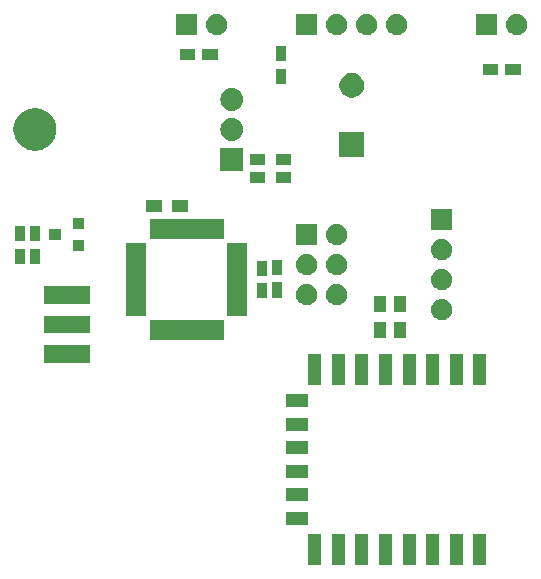
<source format=gts>
G04 #@! TF.GenerationSoftware,KiCad,Pcbnew,(5.0.1)-3*
G04 #@! TF.CreationDate,2018-12-25T20:41:25+01:00*
G04 #@! TF.ProjectId,iLight,694C696768742E6B696361645F706362,rev?*
G04 #@! TF.SameCoordinates,Original*
G04 #@! TF.FileFunction,Soldermask,Top*
G04 #@! TF.FilePolarity,Negative*
%FSLAX46Y46*%
G04 Gerber Fmt 4.6, Leading zero omitted, Abs format (unit mm)*
G04 Created by KiCad (PCBNEW (5.0.1)-3) date 25/12/2018 20:41:25*
%MOMM*%
%LPD*%
G01*
G04 APERTURE LIST*
%ADD10C,0.100000*%
G04 APERTURE END LIST*
D10*
G36*
X194267000Y-142251000D02*
X193165000Y-142251000D01*
X193165000Y-139649000D01*
X194267000Y-139649000D01*
X194267000Y-142251000D01*
X194267000Y-142251000D01*
G37*
G36*
X206267000Y-142251000D02*
X205165000Y-142251000D01*
X205165000Y-139649000D01*
X206267000Y-139649000D01*
X206267000Y-142251000D01*
X206267000Y-142251000D01*
G37*
G36*
X208267000Y-142251000D02*
X207165000Y-142251000D01*
X207165000Y-139649000D01*
X208267000Y-139649000D01*
X208267000Y-142251000D01*
X208267000Y-142251000D01*
G37*
G36*
X204267000Y-142251000D02*
X203165000Y-142251000D01*
X203165000Y-139649000D01*
X204267000Y-139649000D01*
X204267000Y-142251000D01*
X204267000Y-142251000D01*
G37*
G36*
X202267000Y-142251000D02*
X201165000Y-142251000D01*
X201165000Y-139649000D01*
X202267000Y-139649000D01*
X202267000Y-142251000D01*
X202267000Y-142251000D01*
G37*
G36*
X198267000Y-142251000D02*
X197165000Y-142251000D01*
X197165000Y-139649000D01*
X198267000Y-139649000D01*
X198267000Y-142251000D01*
X198267000Y-142251000D01*
G37*
G36*
X200267000Y-142251000D02*
X199165000Y-142251000D01*
X199165000Y-139649000D01*
X200267000Y-139649000D01*
X200267000Y-142251000D01*
X200267000Y-142251000D01*
G37*
G36*
X196267000Y-142251000D02*
X195165000Y-142251000D01*
X195165000Y-139649000D01*
X196267000Y-139649000D01*
X196267000Y-142251000D01*
X196267000Y-142251000D01*
G37*
G36*
X193167000Y-138901000D02*
X191265000Y-138901000D01*
X191265000Y-137799000D01*
X193167000Y-137799000D01*
X193167000Y-138901000D01*
X193167000Y-138901000D01*
G37*
G36*
X193167000Y-136901000D02*
X191265000Y-136901000D01*
X191265000Y-135799000D01*
X193167000Y-135799000D01*
X193167000Y-136901000D01*
X193167000Y-136901000D01*
G37*
G36*
X193167000Y-134901000D02*
X191265000Y-134901000D01*
X191265000Y-133799000D01*
X193167000Y-133799000D01*
X193167000Y-134901000D01*
X193167000Y-134901000D01*
G37*
G36*
X193167000Y-132901000D02*
X191265000Y-132901000D01*
X191265000Y-131799000D01*
X193167000Y-131799000D01*
X193167000Y-132901000D01*
X193167000Y-132901000D01*
G37*
G36*
X193167000Y-130901000D02*
X191265000Y-130901000D01*
X191265000Y-129799000D01*
X193167000Y-129799000D01*
X193167000Y-130901000D01*
X193167000Y-130901000D01*
G37*
G36*
X193167000Y-128901000D02*
X191265000Y-128901000D01*
X191265000Y-127799000D01*
X193167000Y-127799000D01*
X193167000Y-128901000D01*
X193167000Y-128901000D01*
G37*
G36*
X194267000Y-127051000D02*
X193165000Y-127051000D01*
X193165000Y-124449000D01*
X194267000Y-124449000D01*
X194267000Y-127051000D01*
X194267000Y-127051000D01*
G37*
G36*
X208267000Y-127051000D02*
X207165000Y-127051000D01*
X207165000Y-124449000D01*
X208267000Y-124449000D01*
X208267000Y-127051000D01*
X208267000Y-127051000D01*
G37*
G36*
X206267000Y-127051000D02*
X205165000Y-127051000D01*
X205165000Y-124449000D01*
X206267000Y-124449000D01*
X206267000Y-127051000D01*
X206267000Y-127051000D01*
G37*
G36*
X204267000Y-127051000D02*
X203165000Y-127051000D01*
X203165000Y-124449000D01*
X204267000Y-124449000D01*
X204267000Y-127051000D01*
X204267000Y-127051000D01*
G37*
G36*
X202267000Y-127051000D02*
X201165000Y-127051000D01*
X201165000Y-124449000D01*
X202267000Y-124449000D01*
X202267000Y-127051000D01*
X202267000Y-127051000D01*
G37*
G36*
X200267000Y-127051000D02*
X199165000Y-127051000D01*
X199165000Y-124449000D01*
X200267000Y-124449000D01*
X200267000Y-127051000D01*
X200267000Y-127051000D01*
G37*
G36*
X196267000Y-127051000D02*
X195165000Y-127051000D01*
X195165000Y-124449000D01*
X196267000Y-124449000D01*
X196267000Y-127051000D01*
X196267000Y-127051000D01*
G37*
G36*
X198267000Y-127051000D02*
X197165000Y-127051000D01*
X197165000Y-124449000D01*
X198267000Y-124449000D01*
X198267000Y-127051000D01*
X198267000Y-127051000D01*
G37*
G36*
X174671000Y-125171000D02*
X170769000Y-125171000D01*
X170769000Y-123669000D01*
X174671000Y-123669000D01*
X174671000Y-125171000D01*
X174671000Y-125171000D01*
G37*
G36*
X186006000Y-123211000D02*
X179754000Y-123211000D01*
X179754000Y-121509000D01*
X186006000Y-121509000D01*
X186006000Y-123211000D01*
X186006000Y-123211000D01*
G37*
G36*
X201415000Y-123036000D02*
X200413000Y-123036000D01*
X200413000Y-121734000D01*
X201415000Y-121734000D01*
X201415000Y-123036000D01*
X201415000Y-123036000D01*
G37*
G36*
X199764000Y-123036000D02*
X198762000Y-123036000D01*
X198762000Y-121734000D01*
X199764000Y-121734000D01*
X199764000Y-123036000D01*
X199764000Y-123036000D01*
G37*
G36*
X174671000Y-122671000D02*
X170769000Y-122671000D01*
X170769000Y-121169000D01*
X174671000Y-121169000D01*
X174671000Y-122671000D01*
X174671000Y-122671000D01*
G37*
G36*
X204580442Y-119755518D02*
X204646627Y-119762037D01*
X204719029Y-119784000D01*
X204816467Y-119813557D01*
X204946363Y-119882989D01*
X204972991Y-119897222D01*
X205008729Y-119926552D01*
X205110186Y-120009814D01*
X205193448Y-120111271D01*
X205222778Y-120147009D01*
X205222779Y-120147011D01*
X205306443Y-120303533D01*
X205306443Y-120303534D01*
X205357963Y-120473373D01*
X205375359Y-120650000D01*
X205357963Y-120826627D01*
X205323616Y-120939853D01*
X205306443Y-120996467D01*
X205232348Y-121135087D01*
X205222778Y-121152991D01*
X205193448Y-121188729D01*
X205110186Y-121290186D01*
X205008729Y-121373448D01*
X204972991Y-121402778D01*
X204972989Y-121402779D01*
X204816467Y-121486443D01*
X204759853Y-121503616D01*
X204646627Y-121537963D01*
X204580443Y-121544481D01*
X204514260Y-121551000D01*
X204425740Y-121551000D01*
X204359557Y-121544481D01*
X204293373Y-121537963D01*
X204180147Y-121503616D01*
X204123533Y-121486443D01*
X203967011Y-121402779D01*
X203967009Y-121402778D01*
X203931271Y-121373448D01*
X203829814Y-121290186D01*
X203746552Y-121188729D01*
X203717222Y-121152991D01*
X203707652Y-121135087D01*
X203633557Y-120996467D01*
X203616384Y-120939853D01*
X203582037Y-120826627D01*
X203564641Y-120650000D01*
X203582037Y-120473373D01*
X203633557Y-120303534D01*
X203633557Y-120303533D01*
X203717221Y-120147011D01*
X203717222Y-120147009D01*
X203746552Y-120111271D01*
X203829814Y-120009814D01*
X203931271Y-119926552D01*
X203967009Y-119897222D01*
X203993637Y-119882989D01*
X204123533Y-119813557D01*
X204220971Y-119784000D01*
X204293373Y-119762037D01*
X204359558Y-119755518D01*
X204425740Y-119749000D01*
X204514260Y-119749000D01*
X204580442Y-119755518D01*
X204580442Y-119755518D01*
G37*
G36*
X187981000Y-121236000D02*
X186279000Y-121236000D01*
X186279000Y-114984000D01*
X187981000Y-114984000D01*
X187981000Y-121236000D01*
X187981000Y-121236000D01*
G37*
G36*
X179481000Y-121236000D02*
X177779000Y-121236000D01*
X177779000Y-114984000D01*
X179481000Y-114984000D01*
X179481000Y-121236000D01*
X179481000Y-121236000D01*
G37*
G36*
X199764000Y-120836000D02*
X198762000Y-120836000D01*
X198762000Y-119534000D01*
X199764000Y-119534000D01*
X199764000Y-120836000D01*
X199764000Y-120836000D01*
G37*
G36*
X201415000Y-120836000D02*
X200413000Y-120836000D01*
X200413000Y-119534000D01*
X201415000Y-119534000D01*
X201415000Y-120836000D01*
X201415000Y-120836000D01*
G37*
G36*
X195690442Y-118485518D02*
X195756627Y-118492037D01*
X195869853Y-118526384D01*
X195926467Y-118543557D01*
X196056363Y-118612989D01*
X196082991Y-118627222D01*
X196118729Y-118656552D01*
X196220186Y-118739814D01*
X196299123Y-118836000D01*
X196332778Y-118877009D01*
X196332779Y-118877011D01*
X196416443Y-119033533D01*
X196416443Y-119033534D01*
X196467963Y-119203373D01*
X196485359Y-119380000D01*
X196467963Y-119556627D01*
X196441155Y-119645000D01*
X196416443Y-119726467D01*
X196369892Y-119813557D01*
X196332778Y-119882991D01*
X196303448Y-119918729D01*
X196220186Y-120020186D01*
X196118729Y-120103448D01*
X196082991Y-120132778D01*
X196082989Y-120132779D01*
X195926467Y-120216443D01*
X195869853Y-120233616D01*
X195756627Y-120267963D01*
X195690442Y-120274482D01*
X195624260Y-120281000D01*
X195535740Y-120281000D01*
X195469558Y-120274482D01*
X195403373Y-120267963D01*
X195290147Y-120233616D01*
X195233533Y-120216443D01*
X195077011Y-120132779D01*
X195077009Y-120132778D01*
X195041271Y-120103448D01*
X194939814Y-120020186D01*
X194856552Y-119918729D01*
X194827222Y-119882991D01*
X194790108Y-119813557D01*
X194743557Y-119726467D01*
X194718845Y-119645000D01*
X194692037Y-119556627D01*
X194674641Y-119380000D01*
X194692037Y-119203373D01*
X194743557Y-119033534D01*
X194743557Y-119033533D01*
X194827221Y-118877011D01*
X194827222Y-118877009D01*
X194860877Y-118836000D01*
X194939814Y-118739814D01*
X195041271Y-118656552D01*
X195077009Y-118627222D01*
X195103637Y-118612989D01*
X195233533Y-118543557D01*
X195290147Y-118526384D01*
X195403373Y-118492037D01*
X195469558Y-118485518D01*
X195535740Y-118479000D01*
X195624260Y-118479000D01*
X195690442Y-118485518D01*
X195690442Y-118485518D01*
G37*
G36*
X193150442Y-118485518D02*
X193216627Y-118492037D01*
X193329853Y-118526384D01*
X193386467Y-118543557D01*
X193516363Y-118612989D01*
X193542991Y-118627222D01*
X193578729Y-118656552D01*
X193680186Y-118739814D01*
X193759123Y-118836000D01*
X193792778Y-118877009D01*
X193792779Y-118877011D01*
X193876443Y-119033533D01*
X193876443Y-119033534D01*
X193927963Y-119203373D01*
X193945359Y-119380000D01*
X193927963Y-119556627D01*
X193901155Y-119645000D01*
X193876443Y-119726467D01*
X193829892Y-119813557D01*
X193792778Y-119882991D01*
X193763448Y-119918729D01*
X193680186Y-120020186D01*
X193578729Y-120103448D01*
X193542991Y-120132778D01*
X193542989Y-120132779D01*
X193386467Y-120216443D01*
X193329853Y-120233616D01*
X193216627Y-120267963D01*
X193150442Y-120274482D01*
X193084260Y-120281000D01*
X192995740Y-120281000D01*
X192929558Y-120274482D01*
X192863373Y-120267963D01*
X192750147Y-120233616D01*
X192693533Y-120216443D01*
X192537011Y-120132779D01*
X192537009Y-120132778D01*
X192501271Y-120103448D01*
X192399814Y-120020186D01*
X192316552Y-119918729D01*
X192287222Y-119882991D01*
X192250108Y-119813557D01*
X192203557Y-119726467D01*
X192178845Y-119645000D01*
X192152037Y-119556627D01*
X192134641Y-119380000D01*
X192152037Y-119203373D01*
X192203557Y-119033534D01*
X192203557Y-119033533D01*
X192287221Y-118877011D01*
X192287222Y-118877009D01*
X192320877Y-118836000D01*
X192399814Y-118739814D01*
X192501271Y-118656552D01*
X192537009Y-118627222D01*
X192563637Y-118612989D01*
X192693533Y-118543557D01*
X192750147Y-118526384D01*
X192863373Y-118492037D01*
X192929558Y-118485518D01*
X192995740Y-118479000D01*
X193084260Y-118479000D01*
X193150442Y-118485518D01*
X193150442Y-118485518D01*
G37*
G36*
X174671000Y-120171000D02*
X170769000Y-120171000D01*
X170769000Y-118669000D01*
X174671000Y-118669000D01*
X174671000Y-120171000D01*
X174671000Y-120171000D01*
G37*
G36*
X189656000Y-119711000D02*
X188804000Y-119711000D01*
X188804000Y-118409000D01*
X189656000Y-118409000D01*
X189656000Y-119711000D01*
X189656000Y-119711000D01*
G37*
G36*
X190926000Y-119645000D02*
X190074000Y-119645000D01*
X190074000Y-118343000D01*
X190926000Y-118343000D01*
X190926000Y-119645000D01*
X190926000Y-119645000D01*
G37*
G36*
X204580443Y-117215519D02*
X204646627Y-117222037D01*
X204759853Y-117256384D01*
X204816467Y-117273557D01*
X204946363Y-117342989D01*
X204972991Y-117357222D01*
X205005620Y-117384000D01*
X205110186Y-117469814D01*
X205193448Y-117571271D01*
X205222778Y-117607009D01*
X205222779Y-117607011D01*
X205306443Y-117763533D01*
X205306443Y-117763534D01*
X205357963Y-117933373D01*
X205375359Y-118110000D01*
X205357963Y-118286627D01*
X205340862Y-118343000D01*
X205306443Y-118456467D01*
X205287430Y-118492037D01*
X205222778Y-118612991D01*
X205193448Y-118648729D01*
X205110186Y-118750186D01*
X205008729Y-118833448D01*
X204972991Y-118862778D01*
X204972989Y-118862779D01*
X204816467Y-118946443D01*
X204759853Y-118963616D01*
X204646627Y-118997963D01*
X204580443Y-119004481D01*
X204514260Y-119011000D01*
X204425740Y-119011000D01*
X204359557Y-119004481D01*
X204293373Y-118997963D01*
X204180147Y-118963616D01*
X204123533Y-118946443D01*
X203967011Y-118862779D01*
X203967009Y-118862778D01*
X203931271Y-118833448D01*
X203829814Y-118750186D01*
X203746552Y-118648729D01*
X203717222Y-118612991D01*
X203652570Y-118492037D01*
X203633557Y-118456467D01*
X203599138Y-118343000D01*
X203582037Y-118286627D01*
X203564641Y-118110000D01*
X203582037Y-117933373D01*
X203633557Y-117763534D01*
X203633557Y-117763533D01*
X203717221Y-117607011D01*
X203717222Y-117607009D01*
X203746552Y-117571271D01*
X203829814Y-117469814D01*
X203934380Y-117384000D01*
X203967009Y-117357222D01*
X203993637Y-117342989D01*
X204123533Y-117273557D01*
X204180147Y-117256384D01*
X204293373Y-117222037D01*
X204359557Y-117215519D01*
X204425740Y-117209000D01*
X204514260Y-117209000D01*
X204580443Y-117215519D01*
X204580443Y-117215519D01*
G37*
G36*
X189656000Y-117811000D02*
X188804000Y-117811000D01*
X188804000Y-116509000D01*
X189656000Y-116509000D01*
X189656000Y-117811000D01*
X189656000Y-117811000D01*
G37*
G36*
X190926000Y-117745000D02*
X190074000Y-117745000D01*
X190074000Y-116443000D01*
X190926000Y-116443000D01*
X190926000Y-117745000D01*
X190926000Y-117745000D01*
G37*
G36*
X193150442Y-115945518D02*
X193216627Y-115952037D01*
X193329853Y-115986384D01*
X193386467Y-116003557D01*
X193516363Y-116072989D01*
X193542991Y-116087222D01*
X193578729Y-116116552D01*
X193680186Y-116199814D01*
X193763448Y-116301271D01*
X193792778Y-116337009D01*
X193792779Y-116337011D01*
X193876443Y-116493533D01*
X193876443Y-116493534D01*
X193927963Y-116663373D01*
X193945359Y-116840000D01*
X193927963Y-117016627D01*
X193893616Y-117129853D01*
X193876443Y-117186467D01*
X193829892Y-117273557D01*
X193792778Y-117342991D01*
X193763448Y-117378729D01*
X193680186Y-117480186D01*
X193578729Y-117563448D01*
X193542991Y-117592778D01*
X193542989Y-117592779D01*
X193386467Y-117676443D01*
X193329853Y-117693616D01*
X193216627Y-117727963D01*
X193150442Y-117734482D01*
X193084260Y-117741000D01*
X192995740Y-117741000D01*
X192929558Y-117734482D01*
X192863373Y-117727963D01*
X192750147Y-117693616D01*
X192693533Y-117676443D01*
X192537011Y-117592779D01*
X192537009Y-117592778D01*
X192501271Y-117563448D01*
X192399814Y-117480186D01*
X192316552Y-117378729D01*
X192287222Y-117342991D01*
X192250108Y-117273557D01*
X192203557Y-117186467D01*
X192186384Y-117129853D01*
X192152037Y-117016627D01*
X192134641Y-116840000D01*
X192152037Y-116663373D01*
X192203557Y-116493534D01*
X192203557Y-116493533D01*
X192287221Y-116337011D01*
X192287222Y-116337009D01*
X192316552Y-116301271D01*
X192399814Y-116199814D01*
X192501271Y-116116552D01*
X192537009Y-116087222D01*
X192563637Y-116072989D01*
X192693533Y-116003557D01*
X192750147Y-115986384D01*
X192863373Y-115952037D01*
X192929558Y-115945518D01*
X192995740Y-115939000D01*
X193084260Y-115939000D01*
X193150442Y-115945518D01*
X193150442Y-115945518D01*
G37*
G36*
X195690442Y-115945518D02*
X195756627Y-115952037D01*
X195869853Y-115986384D01*
X195926467Y-116003557D01*
X196056363Y-116072989D01*
X196082991Y-116087222D01*
X196118729Y-116116552D01*
X196220186Y-116199814D01*
X196303448Y-116301271D01*
X196332778Y-116337009D01*
X196332779Y-116337011D01*
X196416443Y-116493533D01*
X196416443Y-116493534D01*
X196467963Y-116663373D01*
X196485359Y-116840000D01*
X196467963Y-117016627D01*
X196433616Y-117129853D01*
X196416443Y-117186467D01*
X196369892Y-117273557D01*
X196332778Y-117342991D01*
X196303448Y-117378729D01*
X196220186Y-117480186D01*
X196118729Y-117563448D01*
X196082991Y-117592778D01*
X196082989Y-117592779D01*
X195926467Y-117676443D01*
X195869853Y-117693616D01*
X195756627Y-117727963D01*
X195690442Y-117734482D01*
X195624260Y-117741000D01*
X195535740Y-117741000D01*
X195469558Y-117734482D01*
X195403373Y-117727963D01*
X195290147Y-117693616D01*
X195233533Y-117676443D01*
X195077011Y-117592779D01*
X195077009Y-117592778D01*
X195041271Y-117563448D01*
X194939814Y-117480186D01*
X194856552Y-117378729D01*
X194827222Y-117342991D01*
X194790108Y-117273557D01*
X194743557Y-117186467D01*
X194726384Y-117129853D01*
X194692037Y-117016627D01*
X194674641Y-116840000D01*
X194692037Y-116663373D01*
X194743557Y-116493534D01*
X194743557Y-116493533D01*
X194827221Y-116337011D01*
X194827222Y-116337009D01*
X194856552Y-116301271D01*
X194939814Y-116199814D01*
X195041271Y-116116552D01*
X195077009Y-116087222D01*
X195103637Y-116072989D01*
X195233533Y-116003557D01*
X195290147Y-115986384D01*
X195403373Y-115952037D01*
X195469558Y-115945518D01*
X195535740Y-115939000D01*
X195624260Y-115939000D01*
X195690442Y-115945518D01*
X195690442Y-115945518D01*
G37*
G36*
X170479000Y-116790000D02*
X169627000Y-116790000D01*
X169627000Y-115488000D01*
X170479000Y-115488000D01*
X170479000Y-116790000D01*
X170479000Y-116790000D01*
G37*
G36*
X169209000Y-116790000D02*
X168357000Y-116790000D01*
X168357000Y-115488000D01*
X169209000Y-115488000D01*
X169209000Y-116790000D01*
X169209000Y-116790000D01*
G37*
G36*
X204580443Y-114675519D02*
X204646627Y-114682037D01*
X204742105Y-114711000D01*
X204816467Y-114733557D01*
X204938900Y-114799000D01*
X204972991Y-114817222D01*
X205008729Y-114846552D01*
X205110186Y-114929814D01*
X205193448Y-115031271D01*
X205222778Y-115067009D01*
X205222779Y-115067011D01*
X205306443Y-115223533D01*
X205306443Y-115223534D01*
X205357963Y-115393373D01*
X205375359Y-115570000D01*
X205357963Y-115746627D01*
X205346626Y-115784000D01*
X205306443Y-115916467D01*
X205287430Y-115952037D01*
X205222778Y-116072991D01*
X205193448Y-116108729D01*
X205110186Y-116210186D01*
X205008729Y-116293448D01*
X204972991Y-116322778D01*
X204972989Y-116322779D01*
X204816467Y-116406443D01*
X204759853Y-116423616D01*
X204646627Y-116457963D01*
X204580442Y-116464482D01*
X204514260Y-116471000D01*
X204425740Y-116471000D01*
X204359558Y-116464482D01*
X204293373Y-116457963D01*
X204180147Y-116423616D01*
X204123533Y-116406443D01*
X203967011Y-116322779D01*
X203967009Y-116322778D01*
X203931271Y-116293448D01*
X203829814Y-116210186D01*
X203746552Y-116108729D01*
X203717222Y-116072991D01*
X203652570Y-115952037D01*
X203633557Y-115916467D01*
X203593374Y-115784000D01*
X203582037Y-115746627D01*
X203564641Y-115570000D01*
X203582037Y-115393373D01*
X203633557Y-115223534D01*
X203633557Y-115223533D01*
X203717221Y-115067011D01*
X203717222Y-115067009D01*
X203746552Y-115031271D01*
X203829814Y-114929814D01*
X203931271Y-114846552D01*
X203967009Y-114817222D01*
X204001100Y-114799000D01*
X204123533Y-114733557D01*
X204197895Y-114711000D01*
X204293373Y-114682037D01*
X204359557Y-114675519D01*
X204425740Y-114669000D01*
X204514260Y-114669000D01*
X204580443Y-114675519D01*
X204580443Y-114675519D01*
G37*
G36*
X174221000Y-115701000D02*
X173219000Y-115701000D01*
X173219000Y-114799000D01*
X174221000Y-114799000D01*
X174221000Y-115701000D01*
X174221000Y-115701000D01*
G37*
G36*
X193941000Y-115201000D02*
X192139000Y-115201000D01*
X192139000Y-113399000D01*
X193941000Y-113399000D01*
X193941000Y-115201000D01*
X193941000Y-115201000D01*
G37*
G36*
X195690443Y-113405519D02*
X195756627Y-113412037D01*
X195869853Y-113446384D01*
X195926467Y-113463557D01*
X196065087Y-113537652D01*
X196082991Y-113547222D01*
X196118729Y-113576552D01*
X196220186Y-113659814D01*
X196303448Y-113761271D01*
X196332778Y-113797009D01*
X196332779Y-113797011D01*
X196416443Y-113953533D01*
X196416443Y-113953534D01*
X196467963Y-114123373D01*
X196485359Y-114300000D01*
X196467963Y-114476627D01*
X196433616Y-114589853D01*
X196416443Y-114646467D01*
X196397430Y-114682037D01*
X196332778Y-114802991D01*
X196303448Y-114838729D01*
X196220186Y-114940186D01*
X196118729Y-115023448D01*
X196082991Y-115052778D01*
X196082989Y-115052779D01*
X195926467Y-115136443D01*
X195869853Y-115153616D01*
X195756627Y-115187963D01*
X195690442Y-115194482D01*
X195624260Y-115201000D01*
X195535740Y-115201000D01*
X195469558Y-115194482D01*
X195403373Y-115187963D01*
X195290147Y-115153616D01*
X195233533Y-115136443D01*
X195077011Y-115052779D01*
X195077009Y-115052778D01*
X195041271Y-115023448D01*
X194939814Y-114940186D01*
X194856552Y-114838729D01*
X194827222Y-114802991D01*
X194762570Y-114682037D01*
X194743557Y-114646467D01*
X194726384Y-114589853D01*
X194692037Y-114476627D01*
X194674641Y-114300000D01*
X194692037Y-114123373D01*
X194743557Y-113953534D01*
X194743557Y-113953533D01*
X194827221Y-113797011D01*
X194827222Y-113797009D01*
X194856552Y-113761271D01*
X194939814Y-113659814D01*
X195041271Y-113576552D01*
X195077009Y-113547222D01*
X195094913Y-113537652D01*
X195233533Y-113463557D01*
X195290147Y-113446384D01*
X195403373Y-113412037D01*
X195469557Y-113405519D01*
X195535740Y-113399000D01*
X195624260Y-113399000D01*
X195690443Y-113405519D01*
X195690443Y-113405519D01*
G37*
G36*
X170479000Y-114890000D02*
X169627000Y-114890000D01*
X169627000Y-113588000D01*
X170479000Y-113588000D01*
X170479000Y-114890000D01*
X170479000Y-114890000D01*
G37*
G36*
X169209000Y-114890000D02*
X168357000Y-114890000D01*
X168357000Y-113588000D01*
X169209000Y-113588000D01*
X169209000Y-114890000D01*
X169209000Y-114890000D01*
G37*
G36*
X172221000Y-114751000D02*
X171219000Y-114751000D01*
X171219000Y-113849000D01*
X172221000Y-113849000D01*
X172221000Y-114751000D01*
X172221000Y-114751000D01*
G37*
G36*
X186006000Y-114711000D02*
X179754000Y-114711000D01*
X179754000Y-113009000D01*
X186006000Y-113009000D01*
X186006000Y-114711000D01*
X186006000Y-114711000D01*
G37*
G36*
X205371000Y-113931000D02*
X203569000Y-113931000D01*
X203569000Y-112129000D01*
X205371000Y-112129000D01*
X205371000Y-113931000D01*
X205371000Y-113931000D01*
G37*
G36*
X174221000Y-113801000D02*
X173219000Y-113801000D01*
X173219000Y-112899000D01*
X174221000Y-112899000D01*
X174221000Y-113801000D01*
X174221000Y-113801000D01*
G37*
G36*
X182980000Y-112388000D02*
X181678000Y-112388000D01*
X181678000Y-111386000D01*
X182980000Y-111386000D01*
X182980000Y-112388000D01*
X182980000Y-112388000D01*
G37*
G36*
X180780000Y-112388000D02*
X179478000Y-112388000D01*
X179478000Y-111386000D01*
X180780000Y-111386000D01*
X180780000Y-112388000D01*
X180780000Y-112388000D01*
G37*
G36*
X191743000Y-109975000D02*
X190441000Y-109975000D01*
X190441000Y-108973000D01*
X191743000Y-108973000D01*
X191743000Y-109975000D01*
X191743000Y-109975000D01*
G37*
G36*
X189543000Y-109975000D02*
X188241000Y-109975000D01*
X188241000Y-108973000D01*
X189543000Y-108973000D01*
X189543000Y-109975000D01*
X189543000Y-109975000D01*
G37*
G36*
X187641000Y-108901000D02*
X185739000Y-108901000D01*
X185739000Y-106999000D01*
X187641000Y-106999000D01*
X187641000Y-108901000D01*
X187641000Y-108901000D01*
G37*
G36*
X191743000Y-108451000D02*
X190441000Y-108451000D01*
X190441000Y-107449000D01*
X191743000Y-107449000D01*
X191743000Y-108451000D01*
X191743000Y-108451000D01*
G37*
G36*
X189543000Y-108451000D02*
X188241000Y-108451000D01*
X188241000Y-107449000D01*
X189543000Y-107449000D01*
X189543000Y-108451000D01*
X189543000Y-108451000D01*
G37*
G36*
X197901000Y-107731000D02*
X195799000Y-107731000D01*
X195799000Y-105629000D01*
X197901000Y-105629000D01*
X197901000Y-107731000D01*
X197901000Y-107731000D01*
G37*
G36*
X170206669Y-103617686D02*
X170383058Y-103635059D01*
X170609385Y-103703714D01*
X170722549Y-103738042D01*
X171035425Y-103905279D01*
X171309661Y-104130339D01*
X171534721Y-104404575D01*
X171701958Y-104717451D01*
X171701958Y-104717452D01*
X171804941Y-105056942D01*
X171839714Y-105410000D01*
X171804941Y-105763058D01*
X171750992Y-105940903D01*
X171701958Y-106102549D01*
X171534721Y-106415425D01*
X171309661Y-106689661D01*
X171035425Y-106914721D01*
X170722549Y-107081958D01*
X170609385Y-107116286D01*
X170383058Y-107184941D01*
X170206669Y-107202314D01*
X170118476Y-107211000D01*
X169941524Y-107211000D01*
X169853331Y-107202314D01*
X169676942Y-107184941D01*
X169450615Y-107116286D01*
X169337451Y-107081958D01*
X169024575Y-106914721D01*
X168750339Y-106689661D01*
X168525279Y-106415425D01*
X168358042Y-106102549D01*
X168309008Y-105940903D01*
X168255059Y-105763058D01*
X168220286Y-105410000D01*
X168255059Y-105056942D01*
X168358042Y-104717452D01*
X168358042Y-104717451D01*
X168525279Y-104404575D01*
X168750339Y-104130339D01*
X169024575Y-103905279D01*
X169337451Y-103738042D01*
X169450615Y-103703714D01*
X169676942Y-103635059D01*
X169853331Y-103617686D01*
X169941524Y-103609000D01*
X170118476Y-103609000D01*
X170206669Y-103617686D01*
X170206669Y-103617686D01*
G37*
G36*
X186876425Y-104472760D02*
X186876428Y-104472761D01*
X186876429Y-104472761D01*
X187055693Y-104527140D01*
X187055695Y-104527141D01*
X187220905Y-104615448D01*
X187365712Y-104734288D01*
X187484552Y-104879095D01*
X187484553Y-104879097D01*
X187572860Y-105044307D01*
X187576693Y-105056944D01*
X187627240Y-105223575D01*
X187645601Y-105410000D01*
X187627240Y-105596425D01*
X187627239Y-105596428D01*
X187627239Y-105596429D01*
X187576693Y-105763058D01*
X187572859Y-105775695D01*
X187484552Y-105940905D01*
X187365712Y-106085712D01*
X187220905Y-106204552D01*
X187220903Y-106204553D01*
X187055693Y-106292860D01*
X186876429Y-106347239D01*
X186876428Y-106347239D01*
X186876425Y-106347240D01*
X186736718Y-106361000D01*
X186643282Y-106361000D01*
X186503575Y-106347240D01*
X186503572Y-106347239D01*
X186503571Y-106347239D01*
X186324307Y-106292860D01*
X186159097Y-106204553D01*
X186159095Y-106204552D01*
X186014288Y-106085712D01*
X185895448Y-105940905D01*
X185807141Y-105775695D01*
X185803308Y-105763058D01*
X185752761Y-105596429D01*
X185752761Y-105596428D01*
X185752760Y-105596425D01*
X185734399Y-105410000D01*
X185752760Y-105223575D01*
X185803307Y-105056944D01*
X185807140Y-105044307D01*
X185895447Y-104879097D01*
X185895448Y-104879095D01*
X186014288Y-104734288D01*
X186159095Y-104615448D01*
X186324305Y-104527141D01*
X186324307Y-104527140D01*
X186503571Y-104472761D01*
X186503572Y-104472761D01*
X186503575Y-104472760D01*
X186643282Y-104459000D01*
X186736718Y-104459000D01*
X186876425Y-104472760D01*
X186876425Y-104472760D01*
G37*
G36*
X186876425Y-101932760D02*
X186876428Y-101932761D01*
X186876429Y-101932761D01*
X187055693Y-101987140D01*
X187055695Y-101987141D01*
X187220905Y-102075448D01*
X187365712Y-102194288D01*
X187484552Y-102339095D01*
X187484553Y-102339097D01*
X187572860Y-102504307D01*
X187627239Y-102683571D01*
X187627240Y-102683575D01*
X187645601Y-102870000D01*
X187627240Y-103056425D01*
X187572859Y-103235695D01*
X187484552Y-103400905D01*
X187365712Y-103545712D01*
X187220905Y-103664552D01*
X187055695Y-103752859D01*
X187055693Y-103752860D01*
X186876429Y-103807239D01*
X186876428Y-103807239D01*
X186876425Y-103807240D01*
X186736718Y-103821000D01*
X186643282Y-103821000D01*
X186503575Y-103807240D01*
X186503572Y-103807239D01*
X186503571Y-103807239D01*
X186324307Y-103752860D01*
X186324305Y-103752859D01*
X186159095Y-103664552D01*
X186014288Y-103545712D01*
X185895448Y-103400905D01*
X185807141Y-103235695D01*
X185752760Y-103056425D01*
X185734399Y-102870000D01*
X185752760Y-102683575D01*
X185752761Y-102683571D01*
X185807140Y-102504307D01*
X185895447Y-102339097D01*
X185895448Y-102339095D01*
X186014288Y-102194288D01*
X186159095Y-102075448D01*
X186324305Y-101987141D01*
X186324307Y-101987140D01*
X186503571Y-101932761D01*
X186503572Y-101932761D01*
X186503575Y-101932760D01*
X186643282Y-101919000D01*
X186736718Y-101919000D01*
X186876425Y-101932760D01*
X186876425Y-101932760D01*
G37*
G36*
X197156565Y-100669389D02*
X197347834Y-100748615D01*
X197519976Y-100863637D01*
X197666363Y-101010024D01*
X197781385Y-101182166D01*
X197860611Y-101373435D01*
X197901000Y-101576484D01*
X197901000Y-101783516D01*
X197860611Y-101986565D01*
X197781385Y-102177834D01*
X197666363Y-102349976D01*
X197519976Y-102496363D01*
X197347834Y-102611385D01*
X197156565Y-102690611D01*
X196953516Y-102731000D01*
X196746484Y-102731000D01*
X196543435Y-102690611D01*
X196352166Y-102611385D01*
X196180024Y-102496363D01*
X196033637Y-102349976D01*
X195918615Y-102177834D01*
X195839389Y-101986565D01*
X195799000Y-101783516D01*
X195799000Y-101576484D01*
X195839389Y-101373435D01*
X195918615Y-101182166D01*
X196033637Y-101010024D01*
X196180024Y-100863637D01*
X196352166Y-100748615D01*
X196543435Y-100669389D01*
X196746484Y-100629000D01*
X196953516Y-100629000D01*
X197156565Y-100669389D01*
X197156565Y-100669389D01*
G37*
G36*
X191307000Y-101550000D02*
X190455000Y-101550000D01*
X190455000Y-100248000D01*
X191307000Y-100248000D01*
X191307000Y-101550000D01*
X191307000Y-101550000D01*
G37*
G36*
X211151000Y-100756000D02*
X209849000Y-100756000D01*
X209849000Y-99904000D01*
X211151000Y-99904000D01*
X211151000Y-100756000D01*
X211151000Y-100756000D01*
G37*
G36*
X209251000Y-100756000D02*
X207949000Y-100756000D01*
X207949000Y-99904000D01*
X209251000Y-99904000D01*
X209251000Y-100756000D01*
X209251000Y-100756000D01*
G37*
G36*
X191307000Y-99650000D02*
X190455000Y-99650000D01*
X190455000Y-98348000D01*
X191307000Y-98348000D01*
X191307000Y-99650000D01*
X191307000Y-99650000D01*
G37*
G36*
X185497000Y-99486000D02*
X184195000Y-99486000D01*
X184195000Y-98634000D01*
X185497000Y-98634000D01*
X185497000Y-99486000D01*
X185497000Y-99486000D01*
G37*
G36*
X183597000Y-99486000D02*
X182295000Y-99486000D01*
X182295000Y-98634000D01*
X183597000Y-98634000D01*
X183597000Y-99486000D01*
X183597000Y-99486000D01*
G37*
G36*
X209181000Y-97421000D02*
X207379000Y-97421000D01*
X207379000Y-95619000D01*
X209181000Y-95619000D01*
X209181000Y-97421000D01*
X209181000Y-97421000D01*
G37*
G36*
X183781000Y-97421000D02*
X181979000Y-97421000D01*
X181979000Y-95619000D01*
X183781000Y-95619000D01*
X183781000Y-97421000D01*
X183781000Y-97421000D01*
G37*
G36*
X185530442Y-95625518D02*
X185596627Y-95632037D01*
X185709853Y-95666384D01*
X185766467Y-95683557D01*
X185905087Y-95757652D01*
X185922991Y-95767222D01*
X185958729Y-95796552D01*
X186060186Y-95879814D01*
X186143448Y-95981271D01*
X186172778Y-96017009D01*
X186172779Y-96017011D01*
X186256443Y-96173533D01*
X186256443Y-96173534D01*
X186307963Y-96343373D01*
X186325359Y-96520000D01*
X186307963Y-96696627D01*
X186273616Y-96809853D01*
X186256443Y-96866467D01*
X186182348Y-97005087D01*
X186172778Y-97022991D01*
X186143448Y-97058729D01*
X186060186Y-97160186D01*
X185958729Y-97243448D01*
X185922991Y-97272778D01*
X185922989Y-97272779D01*
X185766467Y-97356443D01*
X185709853Y-97373616D01*
X185596627Y-97407963D01*
X185530442Y-97414482D01*
X185464260Y-97421000D01*
X185375740Y-97421000D01*
X185309558Y-97414482D01*
X185243373Y-97407963D01*
X185130147Y-97373616D01*
X185073533Y-97356443D01*
X184917011Y-97272779D01*
X184917009Y-97272778D01*
X184881271Y-97243448D01*
X184779814Y-97160186D01*
X184696552Y-97058729D01*
X184667222Y-97022991D01*
X184657652Y-97005087D01*
X184583557Y-96866467D01*
X184566384Y-96809853D01*
X184532037Y-96696627D01*
X184514641Y-96520000D01*
X184532037Y-96343373D01*
X184583557Y-96173534D01*
X184583557Y-96173533D01*
X184667221Y-96017011D01*
X184667222Y-96017009D01*
X184696552Y-95981271D01*
X184779814Y-95879814D01*
X184881271Y-95796552D01*
X184917009Y-95767222D01*
X184934913Y-95757652D01*
X185073533Y-95683557D01*
X185130147Y-95666384D01*
X185243373Y-95632037D01*
X185309558Y-95625518D01*
X185375740Y-95619000D01*
X185464260Y-95619000D01*
X185530442Y-95625518D01*
X185530442Y-95625518D01*
G37*
G36*
X193941000Y-97421000D02*
X192139000Y-97421000D01*
X192139000Y-95619000D01*
X193941000Y-95619000D01*
X193941000Y-97421000D01*
X193941000Y-97421000D01*
G37*
G36*
X195690442Y-95625518D02*
X195756627Y-95632037D01*
X195869853Y-95666384D01*
X195926467Y-95683557D01*
X196065087Y-95757652D01*
X196082991Y-95767222D01*
X196118729Y-95796552D01*
X196220186Y-95879814D01*
X196303448Y-95981271D01*
X196332778Y-96017009D01*
X196332779Y-96017011D01*
X196416443Y-96173533D01*
X196416443Y-96173534D01*
X196467963Y-96343373D01*
X196485359Y-96520000D01*
X196467963Y-96696627D01*
X196433616Y-96809853D01*
X196416443Y-96866467D01*
X196342348Y-97005087D01*
X196332778Y-97022991D01*
X196303448Y-97058729D01*
X196220186Y-97160186D01*
X196118729Y-97243448D01*
X196082991Y-97272778D01*
X196082989Y-97272779D01*
X195926467Y-97356443D01*
X195869853Y-97373616D01*
X195756627Y-97407963D01*
X195690442Y-97414482D01*
X195624260Y-97421000D01*
X195535740Y-97421000D01*
X195469558Y-97414482D01*
X195403373Y-97407963D01*
X195290147Y-97373616D01*
X195233533Y-97356443D01*
X195077011Y-97272779D01*
X195077009Y-97272778D01*
X195041271Y-97243448D01*
X194939814Y-97160186D01*
X194856552Y-97058729D01*
X194827222Y-97022991D01*
X194817652Y-97005087D01*
X194743557Y-96866467D01*
X194726384Y-96809853D01*
X194692037Y-96696627D01*
X194674641Y-96520000D01*
X194692037Y-96343373D01*
X194743557Y-96173534D01*
X194743557Y-96173533D01*
X194827221Y-96017011D01*
X194827222Y-96017009D01*
X194856552Y-95981271D01*
X194939814Y-95879814D01*
X195041271Y-95796552D01*
X195077009Y-95767222D01*
X195094913Y-95757652D01*
X195233533Y-95683557D01*
X195290147Y-95666384D01*
X195403373Y-95632037D01*
X195469558Y-95625518D01*
X195535740Y-95619000D01*
X195624260Y-95619000D01*
X195690442Y-95625518D01*
X195690442Y-95625518D01*
G37*
G36*
X198230442Y-95625518D02*
X198296627Y-95632037D01*
X198409853Y-95666384D01*
X198466467Y-95683557D01*
X198605087Y-95757652D01*
X198622991Y-95767222D01*
X198658729Y-95796552D01*
X198760186Y-95879814D01*
X198843448Y-95981271D01*
X198872778Y-96017009D01*
X198872779Y-96017011D01*
X198956443Y-96173533D01*
X198956443Y-96173534D01*
X199007963Y-96343373D01*
X199025359Y-96520000D01*
X199007963Y-96696627D01*
X198973616Y-96809853D01*
X198956443Y-96866467D01*
X198882348Y-97005087D01*
X198872778Y-97022991D01*
X198843448Y-97058729D01*
X198760186Y-97160186D01*
X198658729Y-97243448D01*
X198622991Y-97272778D01*
X198622989Y-97272779D01*
X198466467Y-97356443D01*
X198409853Y-97373616D01*
X198296627Y-97407963D01*
X198230442Y-97414482D01*
X198164260Y-97421000D01*
X198075740Y-97421000D01*
X198009558Y-97414482D01*
X197943373Y-97407963D01*
X197830147Y-97373616D01*
X197773533Y-97356443D01*
X197617011Y-97272779D01*
X197617009Y-97272778D01*
X197581271Y-97243448D01*
X197479814Y-97160186D01*
X197396552Y-97058729D01*
X197367222Y-97022991D01*
X197357652Y-97005087D01*
X197283557Y-96866467D01*
X197266384Y-96809853D01*
X197232037Y-96696627D01*
X197214641Y-96520000D01*
X197232037Y-96343373D01*
X197283557Y-96173534D01*
X197283557Y-96173533D01*
X197367221Y-96017011D01*
X197367222Y-96017009D01*
X197396552Y-95981271D01*
X197479814Y-95879814D01*
X197581271Y-95796552D01*
X197617009Y-95767222D01*
X197634913Y-95757652D01*
X197773533Y-95683557D01*
X197830147Y-95666384D01*
X197943373Y-95632037D01*
X198009558Y-95625518D01*
X198075740Y-95619000D01*
X198164260Y-95619000D01*
X198230442Y-95625518D01*
X198230442Y-95625518D01*
G37*
G36*
X200770442Y-95625518D02*
X200836627Y-95632037D01*
X200949853Y-95666384D01*
X201006467Y-95683557D01*
X201145087Y-95757652D01*
X201162991Y-95767222D01*
X201198729Y-95796552D01*
X201300186Y-95879814D01*
X201383448Y-95981271D01*
X201412778Y-96017009D01*
X201412779Y-96017011D01*
X201496443Y-96173533D01*
X201496443Y-96173534D01*
X201547963Y-96343373D01*
X201565359Y-96520000D01*
X201547963Y-96696627D01*
X201513616Y-96809853D01*
X201496443Y-96866467D01*
X201422348Y-97005087D01*
X201412778Y-97022991D01*
X201383448Y-97058729D01*
X201300186Y-97160186D01*
X201198729Y-97243448D01*
X201162991Y-97272778D01*
X201162989Y-97272779D01*
X201006467Y-97356443D01*
X200949853Y-97373616D01*
X200836627Y-97407963D01*
X200770442Y-97414482D01*
X200704260Y-97421000D01*
X200615740Y-97421000D01*
X200549558Y-97414482D01*
X200483373Y-97407963D01*
X200370147Y-97373616D01*
X200313533Y-97356443D01*
X200157011Y-97272779D01*
X200157009Y-97272778D01*
X200121271Y-97243448D01*
X200019814Y-97160186D01*
X199936552Y-97058729D01*
X199907222Y-97022991D01*
X199897652Y-97005087D01*
X199823557Y-96866467D01*
X199806384Y-96809853D01*
X199772037Y-96696627D01*
X199754641Y-96520000D01*
X199772037Y-96343373D01*
X199823557Y-96173534D01*
X199823557Y-96173533D01*
X199907221Y-96017011D01*
X199907222Y-96017009D01*
X199936552Y-95981271D01*
X200019814Y-95879814D01*
X200121271Y-95796552D01*
X200157009Y-95767222D01*
X200174913Y-95757652D01*
X200313533Y-95683557D01*
X200370147Y-95666384D01*
X200483373Y-95632037D01*
X200549558Y-95625518D01*
X200615740Y-95619000D01*
X200704260Y-95619000D01*
X200770442Y-95625518D01*
X200770442Y-95625518D01*
G37*
G36*
X210930442Y-95625518D02*
X210996627Y-95632037D01*
X211109853Y-95666384D01*
X211166467Y-95683557D01*
X211305087Y-95757652D01*
X211322991Y-95767222D01*
X211358729Y-95796552D01*
X211460186Y-95879814D01*
X211543448Y-95981271D01*
X211572778Y-96017009D01*
X211572779Y-96017011D01*
X211656443Y-96173533D01*
X211656443Y-96173534D01*
X211707963Y-96343373D01*
X211725359Y-96520000D01*
X211707963Y-96696627D01*
X211673616Y-96809853D01*
X211656443Y-96866467D01*
X211582348Y-97005087D01*
X211572778Y-97022991D01*
X211543448Y-97058729D01*
X211460186Y-97160186D01*
X211358729Y-97243448D01*
X211322991Y-97272778D01*
X211322989Y-97272779D01*
X211166467Y-97356443D01*
X211109853Y-97373616D01*
X210996627Y-97407963D01*
X210930442Y-97414482D01*
X210864260Y-97421000D01*
X210775740Y-97421000D01*
X210709558Y-97414482D01*
X210643373Y-97407963D01*
X210530147Y-97373616D01*
X210473533Y-97356443D01*
X210317011Y-97272779D01*
X210317009Y-97272778D01*
X210281271Y-97243448D01*
X210179814Y-97160186D01*
X210096552Y-97058729D01*
X210067222Y-97022991D01*
X210057652Y-97005087D01*
X209983557Y-96866467D01*
X209966384Y-96809853D01*
X209932037Y-96696627D01*
X209914641Y-96520000D01*
X209932037Y-96343373D01*
X209983557Y-96173534D01*
X209983557Y-96173533D01*
X210067221Y-96017011D01*
X210067222Y-96017009D01*
X210096552Y-95981271D01*
X210179814Y-95879814D01*
X210281271Y-95796552D01*
X210317009Y-95767222D01*
X210334913Y-95757652D01*
X210473533Y-95683557D01*
X210530147Y-95666384D01*
X210643373Y-95632037D01*
X210709558Y-95625518D01*
X210775740Y-95619000D01*
X210864260Y-95619000D01*
X210930442Y-95625518D01*
X210930442Y-95625518D01*
G37*
M02*

</source>
